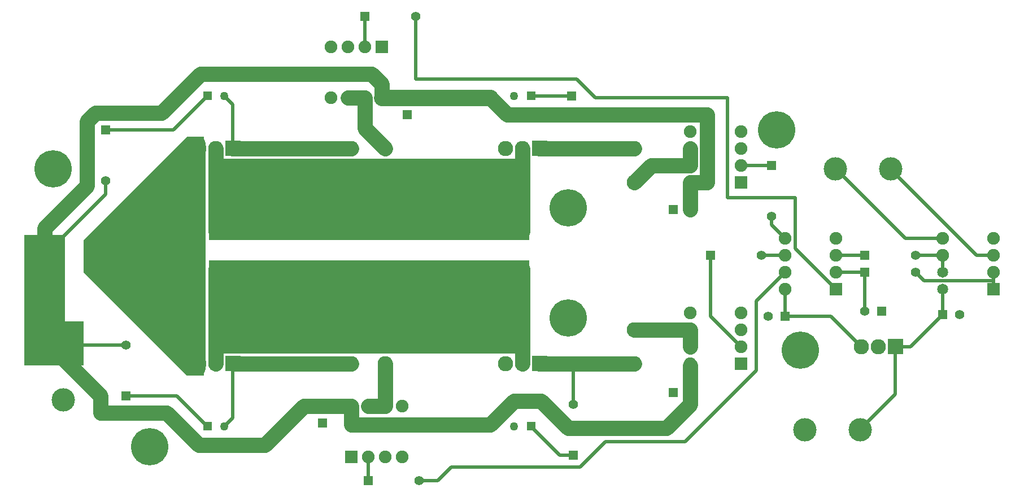
<source format=gtl>
G04 start of page 2 for group 0 idx 0 *
G04 Title: (unknown), trace *
G04 Creator: pcb 20110918 *
G04 CreationDate: Wed 16 Oct 2013 11:44:25 PM GMT UTC *
G04 For: tyrian *
G04 Format: Gerber/RS-274X *
G04 PCB-Dimensions: 800000 800000 *
G04 PCB-Coordinate-Origin: lower left *
%MOIN*%
%FSLAX25Y25*%
%LNTOP*%
%ADD27C,0.0230*%
%ADD26C,0.0587*%
%ADD25C,0.0400*%
%ADD24C,0.0300*%
%ADD23C,0.0430*%
%ADD22C,0.1200*%
%ADD21C,0.2200*%
%ADD20C,0.0500*%
%ADD19C,0.0650*%
%ADD18C,0.1375*%
%ADD17C,0.0550*%
%ADD16C,0.0750*%
%ADD15C,0.0800*%
%ADD14C,0.0950*%
%ADD13C,0.0200*%
%ADD12C,0.0900*%
%ADD11C,0.0001*%
G54D11*G36*
X196000Y588000D02*Y534000D01*
X142000D01*
Y588000D01*
X196000D01*
G37*
G36*
X276000D02*X331000D01*
Y534000D01*
X276000D01*
Y588000D01*
G37*
G36*
X235988D02*X279000D01*
Y534000D01*
X235988D01*
Y569764D01*
X236000Y569763D01*
X237236Y569860D01*
X238441Y570149D01*
X239586Y570624D01*
X240642Y571271D01*
X241585Y572076D01*
X242390Y573019D01*
X243037Y574075D01*
X243512Y575220D01*
X243801Y576425D01*
X243874Y577661D01*
X243801Y578897D01*
X243512Y580102D01*
X243037Y581247D01*
X242390Y582303D01*
X241585Y583246D01*
X240642Y584051D01*
X239586Y584698D01*
X238441Y585173D01*
X237236Y585462D01*
X236000Y585559D01*
X235988Y585558D01*
Y588000D01*
G37*
G36*
X192000D02*X235988D01*
Y585558D01*
X234764Y585462D01*
X233559Y585173D01*
X232414Y584698D01*
X231358Y584051D01*
X230415Y583246D01*
X229610Y582303D01*
X228963Y581247D01*
X228488Y580102D01*
X228199Y578897D01*
X228102Y577661D01*
X228199Y576425D01*
X228488Y575220D01*
X228963Y574075D01*
X229610Y573019D01*
X230415Y572076D01*
X231358Y571271D01*
X232414Y570624D01*
X233559Y570149D01*
X234764Y569860D01*
X235988Y569764D01*
Y534000D01*
X192000D01*
Y588000D01*
G37*
G36*
X324000Y533000D02*X317235D01*
X317000Y533019D01*
X316765Y533000D01*
X246235D01*
X246000Y533019D01*
X245765Y533000D01*
X226235D01*
X226000Y533019D01*
X225765Y533000D01*
X149000D01*
Y535000D01*
X324000D01*
Y533000D01*
G37*
G36*
X235988Y648000D02*X245765D01*
X246000Y647981D01*
X246235Y648000D01*
X316765D01*
X317000Y647981D01*
X317235Y648000D01*
X326765D01*
X327000Y647981D01*
X327235Y648000D01*
X331000D01*
Y600000D01*
X235988D01*
Y602245D01*
X236000Y602244D01*
X237236Y602341D01*
X238441Y602630D01*
X239586Y603105D01*
X240642Y603752D01*
X241585Y604557D01*
X242390Y605500D01*
X243037Y606556D01*
X243512Y607701D01*
X243801Y608906D01*
X243874Y610142D01*
X243801Y611378D01*
X243512Y612583D01*
X243037Y613728D01*
X242390Y614784D01*
X241585Y615727D01*
X240642Y616532D01*
X239586Y617179D01*
X238441Y617654D01*
X237236Y617943D01*
X236000Y618040D01*
X235988Y618039D01*
Y648000D01*
G37*
G36*
X142000Y600000D02*Y648000D01*
X145765D01*
X146000Y647981D01*
X146235Y648000D01*
X225765D01*
X226000Y647981D01*
X226235Y648000D01*
X235988D01*
Y618039D01*
X234764Y617943D01*
X233559Y617654D01*
X232414Y617179D01*
X231358Y616532D01*
X230415Y615727D01*
X229610Y614784D01*
X228963Y613728D01*
X228488Y612583D01*
X228199Y611378D01*
X228102Y610142D01*
X228199Y608906D01*
X228488Y607701D01*
X228963Y606556D01*
X229610Y605500D01*
X230415Y604557D01*
X231358Y603752D01*
X232414Y603105D01*
X233559Y602630D01*
X234764Y602341D01*
X235988Y602245D01*
Y600000D01*
X142000D01*
G37*
G36*
X77327Y609327D02*X129000Y661000D01*
X139000D01*
Y659199D01*
X138732Y659363D01*
X137860Y659724D01*
X136942Y659944D01*
X136000Y660019D01*
X135058Y659944D01*
X134140Y659724D01*
X133268Y659363D01*
X132462Y658869D01*
X131744Y658256D01*
X131131Y657538D01*
X130637Y656732D01*
X130276Y655860D01*
X130056Y654942D01*
X129981Y654000D01*
X130056Y653058D01*
X130276Y652140D01*
X130637Y651268D01*
X131131Y650462D01*
X131744Y649744D01*
X132462Y649131D01*
X133268Y648637D01*
X134140Y648276D01*
X135058Y648056D01*
X136000Y647981D01*
X136942Y648056D01*
X137860Y648276D01*
X138732Y648637D01*
X139000Y648801D01*
Y532199D01*
X138732Y532363D01*
X137860Y532724D01*
X136942Y532944D01*
X136000Y533019D01*
X135058Y532944D01*
X134140Y532724D01*
X133268Y532363D01*
X132462Y531869D01*
X131744Y531256D01*
X131131Y530538D01*
X130637Y529732D01*
X130276Y528860D01*
X130056Y527942D01*
X129981Y527000D01*
X130056Y526058D01*
X130276Y525140D01*
X130637Y524268D01*
X131131Y523462D01*
X131744Y522744D01*
X132462Y522131D01*
X133268Y521637D01*
X134140Y521276D01*
X135058Y521056D01*
X136000Y520981D01*
X136942Y521056D01*
X137860Y521276D01*
X138732Y521637D01*
X139000Y521801D01*
Y520000D01*
X129000D01*
X77327Y571673D01*
Y583103D01*
X77339Y583102D01*
X78575Y583199D01*
X79780Y583488D01*
X80925Y583963D01*
X81981Y584610D01*
X82924Y585415D01*
X83729Y586358D01*
X84376Y587414D01*
X84851Y588559D01*
X85140Y589764D01*
X85213Y591000D01*
X85140Y592236D01*
X84851Y593441D01*
X84376Y594586D01*
X83729Y595642D01*
X82924Y596585D01*
X81981Y597390D01*
X80925Y598037D01*
X79780Y598512D01*
X78575Y598801D01*
X77339Y598898D01*
X77327Y598897D01*
Y609327D01*
G37*
G36*
X68000Y591000D02*Y600000D01*
X77327Y609327D01*
Y598897D01*
X76103Y598801D01*
X74898Y598512D01*
X73753Y598037D01*
X72697Y597390D01*
X71754Y596585D01*
X70949Y595642D01*
X70302Y594586D01*
X69827Y593441D01*
X69538Y592236D01*
X69441Y591000D01*
X69538Y589764D01*
X69827Y588559D01*
X70302Y587414D01*
X70949Y586358D01*
X71754Y585415D01*
X72697Y584610D01*
X73753Y583963D01*
X74898Y583488D01*
X76103Y583199D01*
X77327Y583103D01*
Y571673D01*
X68000Y581000D01*
Y591000D01*
G37*
G36*
X140000Y649526D02*Y531474D01*
X139538Y531869D01*
X139000Y532199D01*
Y648801D01*
X139538Y649131D01*
X140000Y649526D01*
G37*
G36*
X44846Y603000D02*X57000D01*
Y545962D01*
X56000Y546040D01*
X54764Y545943D01*
X53559Y545654D01*
X52414Y545179D01*
X51358Y544532D01*
X50415Y543727D01*
X49610Y542784D01*
X48963Y541728D01*
X48488Y540583D01*
X48199Y539378D01*
X48102Y538142D01*
X48199Y536906D01*
X48488Y535701D01*
X48963Y534556D01*
X49610Y533500D01*
X50415Y532557D01*
X51358Y531752D01*
X52414Y531105D01*
X53559Y530630D01*
X54764Y530341D01*
X56000Y530244D01*
X57000Y530322D01*
Y526000D01*
X44846D01*
Y583103D01*
X44858Y583102D01*
X46094Y583199D01*
X47299Y583488D01*
X48444Y583963D01*
X49500Y584610D01*
X50443Y585415D01*
X51248Y586358D01*
X51895Y587414D01*
X52370Y588559D01*
X52659Y589764D01*
X52732Y591000D01*
X52659Y592236D01*
X52370Y593441D01*
X51895Y594586D01*
X51248Y595642D01*
X50443Y596585D01*
X49500Y597390D01*
X48444Y598037D01*
X47299Y598512D01*
X46094Y598801D01*
X44858Y598898D01*
X44846Y598897D01*
Y603000D01*
G37*
G36*
X33000D02*X44846D01*
Y598897D01*
X43622Y598801D01*
X42417Y598512D01*
X41272Y598037D01*
X40216Y597390D01*
X39273Y596585D01*
X38468Y595642D01*
X37821Y594586D01*
X37346Y593441D01*
X37057Y592236D01*
X36960Y591000D01*
X37057Y589764D01*
X37346Y588559D01*
X37821Y587414D01*
X38468Y586358D01*
X39273Y585415D01*
X40216Y584610D01*
X41272Y583963D01*
X42417Y583488D01*
X43622Y583199D01*
X44846Y583103D01*
Y526000D01*
X33000D01*
Y603000D01*
G37*
G36*
X57000Y526000D02*Y530322D01*
X57236Y530341D01*
X58441Y530630D01*
X59586Y531105D01*
X60642Y531752D01*
X61585Y532557D01*
X62390Y533500D01*
X63037Y534556D01*
X63512Y535701D01*
X63801Y536906D01*
X63874Y538142D01*
X63801Y539378D01*
X63512Y540583D01*
X63037Y541728D01*
X62390Y542784D01*
X61585Y543727D01*
X60642Y544532D01*
X59586Y545179D01*
X58441Y545654D01*
X57236Y545943D01*
X57000Y545962D01*
Y552000D01*
X68000D01*
Y526000D01*
X57000D01*
G37*
G54D12*X327000Y654000D02*Y605000D01*
G54D13*X332000Y685000D02*X356000D01*
G54D12*X337000Y654000D02*X393000D01*
X318000Y674000D02*X436000D01*
X308000Y684000D02*X318000Y674000D01*
G54D14*X244000Y684000D02*X308000D01*
G54D13*X448000D02*X370000D01*
X359000Y695000D01*
X264000D01*
X512000Y591000D02*X529000D01*
Y581000D02*X512000D01*
Y571000D02*X488000Y595000D01*
X529000Y558000D02*Y581000D01*
X526000Y488000D02*X547000Y509000D01*
X465000Y523000D02*X423000Y481000D01*
X547000Y537000D02*X556000D01*
X527000D02*X509000Y555000D01*
X482000D01*
X465000Y564000D02*Y523000D01*
X468000Y591000D02*X482000D01*
X438000D02*Y555000D01*
X482000Y581000D02*X465000Y564000D01*
G54D12*X327000Y527000D02*Y583000D01*
G54D13*X349000Y473000D02*X332000Y490000D01*
G54D12*X338000Y505000D02*X354000Y489000D01*
G54D13*X357000Y473000D02*X349000D01*
G54D12*X354000Y489000D02*X412000D01*
X426000Y503000D01*
G54D13*X423000Y481000D02*X376000D01*
X357000Y503000D02*Y527000D01*
G54D12*X337000D02*X393000D01*
X322000Y505000D02*X338000D01*
X426000Y503000D02*Y526000D01*
G54D13*X376000Y481000D02*X361000Y466000D01*
X285000D01*
X277000Y458000D01*
X266000D01*
G54D12*X403000Y644000D02*X393000Y634000D01*
X426000Y644000D02*X403000D01*
X426000Y654000D02*Y644000D01*
X436000Y634000D02*X426000D01*
X436000Y674000D02*Y634000D01*
X426000D02*Y618000D01*
G54D13*X474000Y644000D02*X456000D01*
X482000Y601000D02*X474000Y609000D01*
Y614000D01*
X512000Y642000D02*X553000Y601000D01*
X544000Y642000D02*X595000Y591000D01*
X488000Y595000D02*Y625000D01*
X448000D01*
Y684000D01*
X482000Y555000D02*Y571000D01*
G54D12*X426000Y537000D02*Y547000D01*
X393000D01*
G54D13*X438000Y555000D02*X456000Y537000D01*
X575000Y591000D02*Y581000D01*
Y591000D02*X559000D01*
Y581000D02*X564000Y576000D01*
X553000Y601000D02*X575000D01*
X547000Y509000D02*Y537000D01*
X556000D02*X575000Y556000D01*
Y571000D01*
X564000Y576000D02*X605000D01*
Y581000D02*Y571000D01*
X595000Y591000D02*X605000D01*
G54D15*X136000Y654000D02*X131000D01*
X136000D02*X132000Y650000D01*
X136000Y647000D02*Y657000D01*
Y654000D02*X134000Y656000D01*
G54D12*X146000Y654000D02*Y605000D01*
X156000Y654000D02*X226000D01*
X234000Y666000D02*X246000Y654000D01*
X234000Y684000D02*Y666000D01*
X224000Y684000D02*X234000D01*
X137000Y698000D02*X238000D01*
G54D13*X156000Y680000D02*Y654000D01*
X151000Y685000D02*X156000Y680000D01*
X121000Y665000D02*X141000Y685000D01*
X81000Y665000D02*X121000D01*
G54D12*X114000Y675000D02*X137000Y698000D01*
X75000Y675000D02*X114000D01*
X70000Y670000D02*X75000Y675000D01*
X70000Y632000D02*Y670000D01*
G54D15*X236000Y578000D02*X244000D01*
X238000Y584000D01*
X230000D01*
Y574000D01*
X234000Y570000D01*
X237000D01*
X241000Y574000D01*
X236000Y610000D02*X227000D01*
Y612000D01*
G54D12*X226000Y502000D02*Y491000D01*
G54D15*X227000Y612000D02*X234000Y619000D01*
X237000D02*X243000Y613000D01*
Y605000D01*
X242000Y604000D01*
X230000D01*
X220000Y615000D02*X253000D01*
X234000Y619000D02*X237000D01*
G54D13*X236000Y458000D02*Y472000D01*
X234000Y714000D02*Y732000D01*
G54D12*X238000Y698000D02*X244000Y692000D01*
Y684000D01*
G54D13*X264000Y695000D02*Y732000D01*
G54D12*X117000Y498000D02*X136000Y479000D01*
X175000D01*
X198000Y502000D02*X226000D01*
X175000Y479000D02*X198000Y502000D01*
G54D15*X136000Y527000D02*X130000D01*
X136000D02*X131000Y532000D01*
X136000Y535000D02*Y524000D01*
Y527000D02*X133000Y524000D01*
G54D12*X146000Y527000D02*Y583000D01*
G54D13*X151000Y490000D02*X156000Y495000D01*
Y527000D01*
X123000Y508000D02*X141000Y490000D01*
G54D15*X77000Y591000D02*Y599000D01*
X78000D01*
X85000Y592000D01*
Y590000D01*
X78000Y583000D01*
X77000D01*
X73000Y587000D01*
Y589000D01*
X72000Y590000D01*
Y596000D01*
G54D12*X56000Y538000D02*X47000D01*
Y540000D01*
X53000Y546000D01*
X60000D01*
X63000Y543000D01*
Y534000D01*
X60000D01*
X57000Y531000D01*
G54D13*X56000Y538000D02*X93000D01*
Y508000D02*X123000D01*
G54D12*X57000Y531000D02*X51000D01*
X78000Y508000D02*Y498000D01*
X56000Y530000D02*X78000Y508000D01*
Y498000D02*X117000D01*
X51000Y531000D02*X50000Y532000D01*
X56000Y538000D02*Y530000D01*
X45000Y591000D02*X52000D01*
Y593000D01*
X48000Y597000D01*
X40000D01*
X38000Y595000D01*
Y589000D01*
X42000Y585000D01*
X51000D01*
X226000Y527000D02*X156000D01*
X236000Y502000D02*X246000D01*
Y527000D01*
X226000Y491000D02*X308000D01*
X322000Y505000D01*
G54D13*X81000Y627000D02*Y635000D01*
X45000Y591000D02*X81000Y627000D01*
G54D12*X45000Y607000D02*X70000Y632000D01*
X45000Y591000D02*Y607000D01*
G54D16*X605000Y601000D03*
G54D11*G36*
X601250Y574750D02*Y567250D01*
X608750D01*
Y574750D01*
X601250D01*
G37*
G54D16*X605000Y581000D03*
Y591000D03*
G54D17*X585000Y556000D03*
G54D11*G36*
X354250Y475750D02*Y470250D01*
X359750D01*
Y475750D01*
X354250D01*
G37*
G54D17*X357000Y503000D03*
G54D12*X393000Y547000D03*
Y527000D03*
G54D11*G36*
X413250Y512750D02*Y507250D01*
X418750D01*
Y512750D01*
X413250D01*
G37*
G54D17*X426000Y510000D03*
G54D16*Y557000D03*
Y547000D03*
Y537000D03*
Y527000D03*
G54D18*X544142Y642000D03*
X511661D03*
G54D17*X474000Y614000D03*
G54D11*G36*
X471250Y646750D02*Y641250D01*
X476750D01*
Y646750D01*
X471250D01*
G37*
G36*
X452250Y637750D02*Y630250D01*
X459750D01*
Y637750D01*
X452250D01*
G37*
G54D16*X456000Y644000D03*
Y654000D03*
Y664000D03*
G54D12*X393000Y654000D03*
Y634000D03*
G54D11*G36*
X435250Y593750D02*Y588250D01*
X440750D01*
Y593750D01*
X435250D01*
G37*
G36*
X413250Y620750D02*Y615250D01*
X418750D01*
Y620750D01*
X413250D01*
G37*
G54D17*X426000Y618000D03*
G54D16*Y664000D03*
Y654000D03*
Y644000D03*
Y634000D03*
G54D19*X575000Y571000D03*
G54D11*G36*
X572250Y558750D02*Y553250D01*
X577750D01*
Y558750D01*
X572250D01*
G37*
G54D18*X526142Y488000D03*
X493661D03*
G54D16*X575000Y601000D03*
Y591000D03*
G54D19*Y581000D03*
G54D17*X559000D03*
Y591000D03*
G54D11*G36*
X542500Y541500D02*Y532500D01*
X551500D01*
Y541500D01*
X542500D01*
G37*
G54D12*X537000Y537000D03*
X527000D03*
G54D11*G36*
X536250Y560750D02*Y555250D01*
X541750D01*
Y560750D01*
X536250D01*
G37*
G54D17*X529000Y558000D03*
G54D11*G36*
X452250Y530750D02*Y523250D01*
X459750D01*
Y530750D01*
X452250D01*
G37*
G54D16*X456000Y537000D03*
Y547000D03*
Y557000D03*
G54D11*G36*
X479250Y557750D02*Y552250D01*
X484750D01*
Y557750D01*
X479250D01*
G37*
G54D17*X472000Y555000D03*
X468000Y591000D03*
G54D16*X482000Y601000D03*
Y591000D03*
G54D11*G36*
X508250Y574750D02*Y567250D01*
X515750D01*
Y574750D01*
X508250D01*
G37*
G54D16*X512000Y601000D03*
G54D11*G36*
X526250Y583750D02*Y578250D01*
X531750D01*
Y583750D01*
X526250D01*
G37*
G36*
Y593750D02*Y588250D01*
X531750D01*
Y593750D01*
X526250D01*
G37*
G54D16*X512000Y581000D03*
Y591000D03*
X482000Y581000D03*
Y571000D03*
G54D12*X136000Y527000D03*
G54D11*G36*
X90250Y510750D02*Y505250D01*
X95750D01*
Y510750D01*
X90250D01*
G37*
G54D17*X93000Y538000D03*
G54D18*X56000Y538142D03*
Y505661D03*
G54D12*X136000Y654000D03*
G54D11*G36*
X78250Y667750D02*Y662250D01*
X83750D01*
Y667750D01*
X78250D01*
G37*
G54D17*X81000Y635000D03*
G54D18*X44858Y591000D03*
X77339D03*
G54D11*G36*
X332500Y531500D02*Y522500D01*
X341500D01*
Y531500D01*
X332500D01*
G37*
G54D12*X327000Y527000D03*
X317000D03*
G54D16*X236000Y472000D03*
X246000D03*
X256000D03*
G54D17*X266000Y458000D03*
G54D11*G36*
X151500Y658500D02*Y649500D01*
X160500D01*
Y658500D01*
X151500D01*
G37*
G54D20*X151000Y685000D03*
G54D12*X226000Y654000D03*
G54D11*G36*
X329500Y687500D02*Y682500D01*
X334500D01*
Y687500D01*
X329500D01*
G37*
G54D20*X322000Y685000D03*
G54D11*G36*
X353250Y687750D02*Y682250D01*
X358750D01*
Y687750D01*
X353250D01*
G37*
G54D12*X246000Y654000D03*
G54D17*X356000Y655000D03*
G54D11*G36*
X332500Y658500D02*Y649500D01*
X341500D01*
Y658500D01*
X332500D01*
G37*
G54D12*X327000Y654000D03*
X317000D03*
X146000D03*
G54D11*G36*
X138500Y687500D02*Y682500D01*
X143500D01*
Y687500D01*
X138500D01*
G37*
G54D16*X214000Y684000D03*
G54D11*G36*
X231250Y734750D02*Y729250D01*
X236750D01*
Y734750D01*
X231250D01*
G37*
G54D17*X264000Y732000D03*
G54D11*G36*
X240250Y717750D02*Y710250D01*
X247750D01*
Y717750D01*
X240250D01*
G37*
G54D16*X234000Y714000D03*
X224000D03*
X214000D03*
G54D18*X236000Y610142D03*
Y577661D03*
G54D11*G36*
X256250Y676750D02*Y671250D01*
X261750D01*
Y676750D01*
X256250D01*
G37*
G54D17*X259000Y684000D03*
G54D16*X224000D03*
X234000D03*
X244000D03*
G54D11*G36*
X138500Y492500D02*Y487500D01*
X143500D01*
Y492500D01*
X138500D01*
G37*
G54D20*X151000Y490000D03*
G54D11*G36*
X329500Y492500D02*Y487500D01*
X334500D01*
Y492500D01*
X329500D01*
G37*
G54D20*X322000Y490000D03*
G54D11*G36*
X206250Y494750D02*Y489250D01*
X211750D01*
Y494750D01*
X206250D01*
G37*
G54D17*X209000Y502000D03*
G54D16*X256000D03*
X246000D03*
X236000D03*
X226000D03*
G54D11*G36*
X222250Y475750D02*Y468250D01*
X229750D01*
Y475750D01*
X222250D01*
G37*
G36*
X233250Y460750D02*Y455250D01*
X238750D01*
Y460750D01*
X233250D01*
G37*
G36*
X151500Y531500D02*Y522500D01*
X160500D01*
Y531500D01*
X151500D01*
G37*
G54D12*X146000Y527000D03*
X246000D03*
X226000D03*
G54D21*X354000Y619000D03*
Y554000D03*
X477000Y665000D03*
X491000Y535000D03*
X50000Y642000D03*
X107000Y478000D03*
G54D22*G54D23*G54D24*G54D25*G54D24*G54D23*G54D26*G54D24*G54D23*G54D25*G54D24*G54D23*G54D24*G54D26*G54D23*G54D24*G54D20*G54D24*G54D23*G54D24*G54D23*G54D24*G54D23*G54D20*G54D24*G54D26*G54D20*G54D24*G54D26*G54D20*G54D23*G54D24*G54D20*G54D27*G54D25*G54D27*G54D24*G54D25*G54D24*G54D20*G54D27*G54D23*G54D24*G54D23*G54D26*G54D24*G54D23*G54D27*G54D24*G54D23*G54D24*G54D20*G54D25*M02*

</source>
